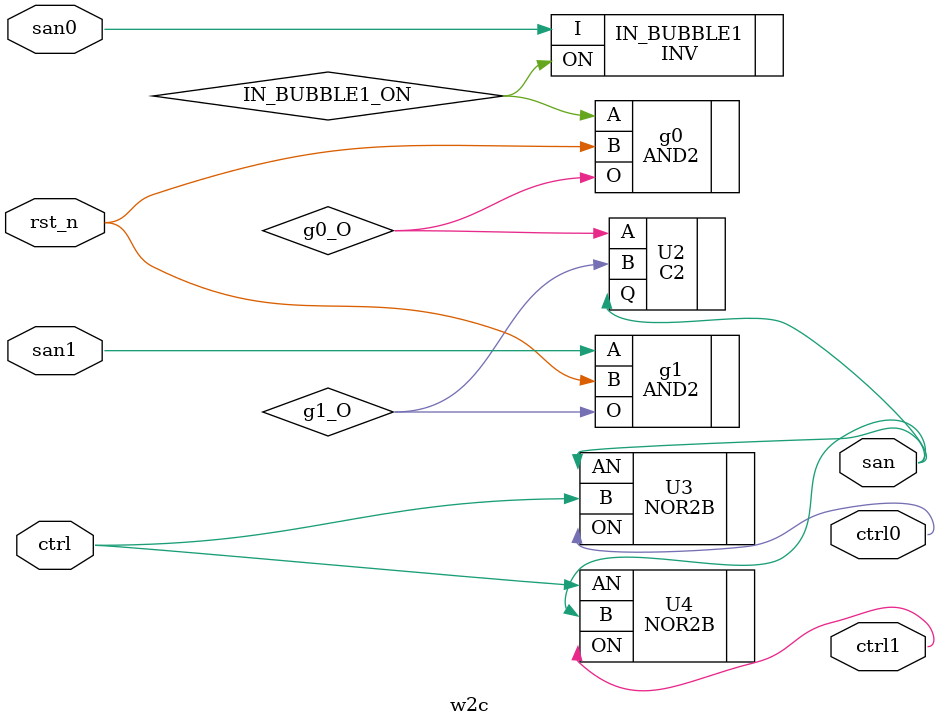
<source format=v>
module w2c (ctrl, san0, san1, rst_n, san, ctrl0, ctrl1);
    input ctrl, san0, san1, rst_n;
    output san, ctrl0, ctrl1;
    wire IN_BUBBLE1_ON, g0_O, g1_O;

    // This inverter should have a short delay
    INV IN_BUBBLE1 (.ON(IN_BUBBLE1_ON), .I(san0));
    C2 U2 (.Q(san), .A(g0_O), .B(g1_O));
    NOR2B U3 (.ON(ctrl0), .AN(san), .B(ctrl));
    NOR2B U4 (.ON(ctrl1), .AN(ctrl), .B(san));
    AND2 g0 (.O(g0_O), .A(IN_BUBBLE1_ON), .B(rst_n));
    AND2 g1 (.O(g1_O), .A(san1), .B(rst_n));

    // signal values at the initial state:
    // IN_BUBBLE1_ON !ctrl !ctrl0 !ctrl1 !g0_O !g1_O !rst_n !san !san0 !san1
endmodule

</source>
